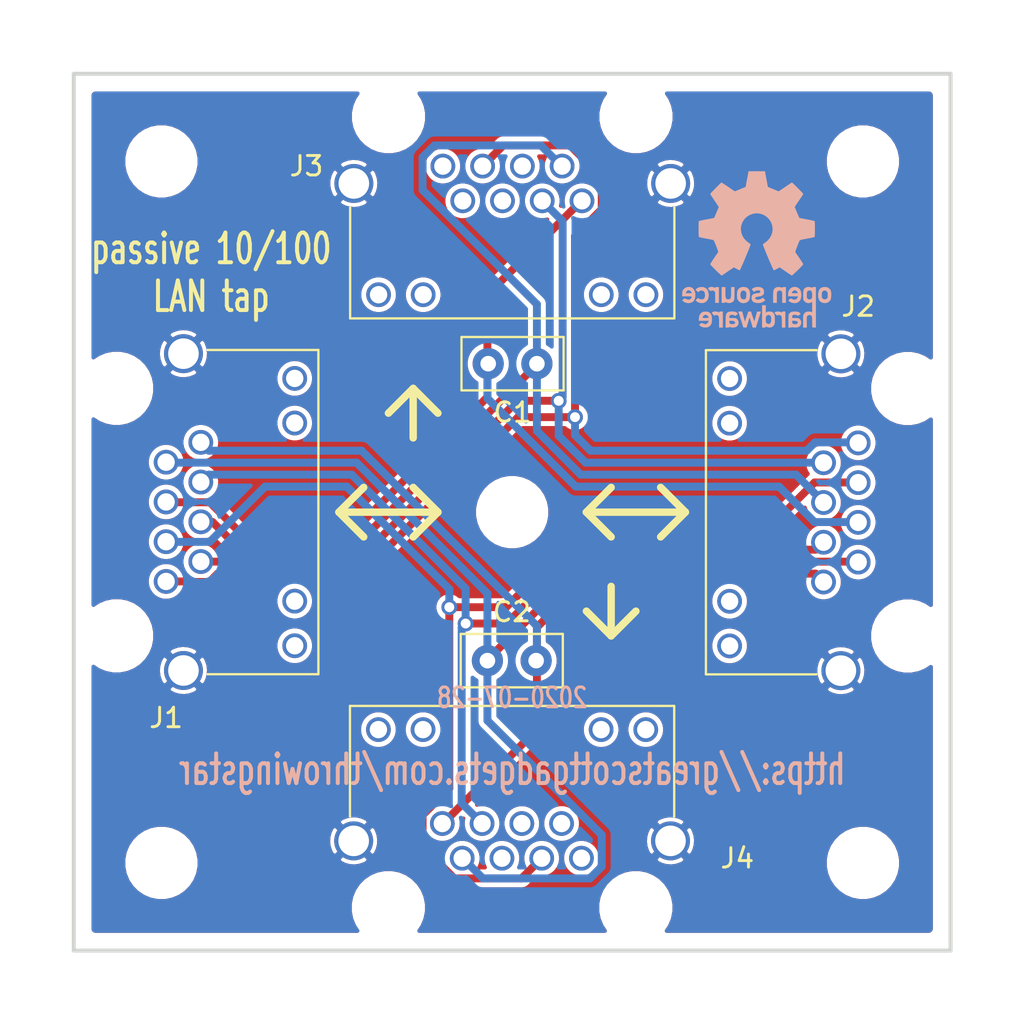
<source format=kicad_pcb>
(kicad_pcb (version 20171130) (host pcbnew 5.1.6)
  (title_block (title "Throwing Star LAN Tap Pro") (date 2020-07-28) (company "Copyright (c) 2010-2020 Great Scott Gadgets <info@greatscottgadgets.com>") (comment 1 "Licensed under the CERN-OHL-P v2"))
  (layers (0 Front signal) (31 Back signal) (34 B.Paste user) (35 F.Paste user) (36 B.SilkS user) (37 F.SilkS user) (38 B.Mask user) (39 F.Mask user) (44 Edge.Cuts user))
  (net 0 "")
  (net 1 /SIG1)
  (net 2 /SIG2)
  (net 3 /SIG3)
  (net 4 /SIG4)
  (net 5 /SIG5)
  (net 6 /SIG6)
  (net 7 /SIG7)
  (net 8 /SIG8)
  (net 9 "Net-(J3-Pad4)")
  (net 10 "Net-(J3-Pad2)")
  (net 11 "Net-(J3-Pad5)")
  (net 12 "Net-(J3-Pad1)")
  (net 13 "Net-(J4-Pad1)")
  (net 14 "Net-(J4-Pad5)")
  (net 15 "Net-(J4-Pad2)")
  (net 16 "Net-(J4-Pad4)")
  (net 17 GND)
  (module Symbol:OSHW-Logo_7.5x8mm_SilkScreen (layer Back) (at 139.5603 88.1126 180)
    (fp_text reference REF** hide)
    (fp_text value OSHW-Logo_7.5x8mm_SilkScreen hide)
  )
  (module throwing-star:RJ45_Amphenol_RJHSE538X_TSLTP (layer Front) (at 109.24032 105.156 90)
    (fp_text reference J1 (at -7 0 180) (layer F.SilkS))
    (fp_text value RJ45_Shielded)
    (pad 1 thru_hole circle (at 0 0 90) (size 1.27 1.27) (drill 0.89) (layers *.Cu *.Mask) (net 1 /SIG1))
    (pad 3 thru_hole circle (at 2.04 0 90) (size 1.27 1.27) (drill 0.89) (layers *.Cu *.Mask) (net 3 /SIG3))
    (pad 5 thru_hole circle (at 4.08 0 90) (size 1.27 1.27) (drill 0.89) (layers *.Cu *.Mask) (net 5 /SIG5))
    (pad 7 thru_hole circle (at 6.12 0 90) (size 1.27 1.27) (drill 0.89) (layers *.Cu *.Mask) (net 7 /SIG7))
    (pad 2 thru_hole circle (at 1.02 1.78 90) (size 1.27 1.27) (drill 0.89) (layers *.Cu *.Mask) (net 2 /SIG2))
    (pad 4 thru_hole circle (at 3.06 1.78 90) (size 1.27 1.27) (drill 0.89) (layers *.Cu *.Mask) (net 4 /SIG4))
    (pad 6 thru_hole circle (at 5.1 1.78 90) (size 1.27 1.27) (drill 0.89) (layers *.Cu *.Mask) (net 6 /SIG6))
    (pad 8 thru_hole circle (at 7.14 1.78 90) (size 1.27 1.27) (drill 0.89) (layers *.Cu *.Mask) (net 8 /SIG8))
    (pad "" np_thru_hole circle (at -2.79 -2.54 90) (size 3.25 3.25) (drill 3.25) (layers *.Cu *.Mask))
    (pad "" np_thru_hole circle (at 9.91 -2.54 90) (size 3.25 3.25) (drill 3.25) (layers *.Cu *.Mask))
    (pad SH thru_hole circle (at 11.69 0.89 90) (size 2 2) (drill 1.57) (layers *.Cu *.Mask) (net 17 GND))
    (pad SH thru_hole circle (at -4.57 0.89 90) (size 2 2) (drill 1.57) (layers *.Cu *.Mask) (net 17 GND))
    (pad 9 thru_hole circle (at -3.3 6.6 90) (size 1.27 1.27) (drill 0.89) (layers *.Cu *.Mask))
    (pad 10 thru_hole circle (at -1.01 6.6 90) (size 1.27 1.27) (drill 0.89) (layers *.Cu *.Mask))
    (pad 11 thru_hole circle (at 8.13 6.6 90) (size 1.27 1.27) (drill 0.89) (layers *.Cu *.Mask))
    (pad 12 thru_hole circle (at 10.42 6.6 90) (size 1.27 1.27) (drill 0.89) (layers *.Cu *.Mask))
  )
  (module throwing-star:RJ45_Amphenol_RJHSE538X_TSLTP (layer Front) (at 144.75968 98.044 270)
    (fp_text reference J2 (at -7 0 180) (layer F.SilkS))
    (fp_text value RJ45_Shielded)
    (pad 1 thru_hole circle (at 0 0 270) (size 1.27 1.27) (drill 0.89) (layers *.Cu *.Mask) (net 1 /SIG1))
    (pad 3 thru_hole circle (at 2.04 0 270) (size 1.27 1.27) (drill 0.89) (layers *.Cu *.Mask) (net 3 /SIG3))
    (pad 5 thru_hole circle (at 4.08 0 270) (size 1.27 1.27) (drill 0.89) (layers *.Cu *.Mask) (net 5 /SIG5))
    (pad 7 thru_hole circle (at 6.12 0 270) (size 1.27 1.27) (drill 0.89) (layers *.Cu *.Mask) (net 7 /SIG7))
    (pad 2 thru_hole circle (at 1.02 1.78 270) (size 1.27 1.27) (drill 0.89) (layers *.Cu *.Mask) (net 2 /SIG2))
    (pad 4 thru_hole circle (at 3.06 1.78 270) (size 1.27 1.27) (drill 0.89) (layers *.Cu *.Mask) (net 4 /SIG4))
    (pad 6 thru_hole circle (at 5.1 1.78 270) (size 1.27 1.27) (drill 0.89) (layers *.Cu *.Mask) (net 6 /SIG6))
    (pad 8 thru_hole circle (at 7.14 1.78 270) (size 1.27 1.27) (drill 0.89) (layers *.Cu *.Mask) (net 8 /SIG8))
    (pad "" np_thru_hole circle (at -2.79 -2.54 270) (size 3.25 3.25) (drill 3.25) (layers *.Cu *.Mask))
    (pad "" np_thru_hole circle (at 9.91 -2.54 270) (size 3.25 3.25) (drill 3.25) (layers *.Cu *.Mask))
    (pad SH thru_hole circle (at 11.69 0.89 270) (size 2 2) (drill 1.57) (layers *.Cu *.Mask) (net 17 GND))
    (pad SH thru_hole circle (at -4.57 0.89 270) (size 2 2) (drill 1.57) (layers *.Cu *.Mask) (net 17 GND))
    (pad 9 thru_hole circle (at -3.3 6.6 270) (size 1.27 1.27) (drill 0.89) (layers *.Cu *.Mask))
    (pad 10 thru_hole circle (at -1.01 6.6 270) (size 1.27 1.27) (drill 0.89) (layers *.Cu *.Mask))
    (pad 11 thru_hole circle (at 8.13 6.6 270) (size 1.27 1.27) (drill 0.89) (layers *.Cu *.Mask))
    (pad 12 thru_hole circle (at 10.42 6.6 270) (size 1.27 1.27) (drill 0.89) (layers *.Cu *.Mask))
  )
  (module throwing-star:RJ45_Amphenol_RJHSE538X_TSLTP (layer Front) (at 123.444 83.84032)
    (fp_text reference J3 (at -7 0) (layer F.SilkS))
    (fp_text value RJ45_Shielded)
    (pad 1 thru_hole circle (at 0 0) (size 1.27 1.27) (drill 0.89) (layers *.Cu *.Mask) (net 12 "Net-(J3-Pad1)"))
    (pad 3 thru_hole circle (at 2.04 0) (size 1.27 1.27) (drill 0.89) (layers *.Cu *.Mask) (net 1 /SIG1))
    (pad 5 thru_hole circle (at 4.08 0) (size 1.27 1.27) (drill 0.89) (layers *.Cu *.Mask) (net 11 "Net-(J3-Pad5)"))
    (pad 7 thru_hole circle (at 6.12 0) (size 1.27 1.27) (drill 0.89) (layers *.Cu *.Mask) (net 4 /SIG4))
    (pad 2 thru_hole circle (at 1.02 1.78) (size 1.27 1.27) (drill 0.89) (layers *.Cu *.Mask) (net 10 "Net-(J3-Pad2)"))
    (pad 4 thru_hole circle (at 3.06 1.78) (size 1.27 1.27) (drill 0.89) (layers *.Cu *.Mask) (net 9 "Net-(J3-Pad4)"))
    (pad 6 thru_hole circle (at 5.1 1.78) (size 1.27 1.27) (drill 0.89) (layers *.Cu *.Mask) (net 2 /SIG2))
    (pad 8 thru_hole circle (at 7.14 1.78) (size 1.27 1.27) (drill 0.89) (layers *.Cu *.Mask) (net 5 /SIG5))
    (pad "" np_thru_hole circle (at -2.79 -2.54) (size 3.25 3.25) (drill 3.25) (layers *.Cu *.Mask))
    (pad "" np_thru_hole circle (at 9.91 -2.54) (size 3.25 3.25) (drill 3.25) (layers *.Cu *.Mask))
    (pad SH thru_hole circle (at 11.69 0.89) (size 2 2) (drill 1.57) (layers *.Cu *.Mask) (net 17 GND))
    (pad SH thru_hole circle (at -4.57 0.89) (size 2 2) (drill 1.57) (layers *.Cu *.Mask) (net 17 GND))
    (pad 9 thru_hole circle (at -3.3 6.6) (size 1.27 1.27) (drill 0.89) (layers *.Cu *.Mask))
    (pad 10 thru_hole circle (at -1.01 6.6) (size 1.27 1.27) (drill 0.89) (layers *.Cu *.Mask))
    (pad 11 thru_hole circle (at 8.13 6.6) (size 1.27 1.27) (drill 0.89) (layers *.Cu *.Mask))
    (pad 12 thru_hole circle (at 10.42 6.6) (size 1.27 1.27) (drill 0.89) (layers *.Cu *.Mask))
  )
  (module throwing-star:RJ45_Amphenol_RJHSE538X_TSLTP (layer Front) (at 130.556 119.35968 180)
    (fp_text reference J4 (at -8 0) (layer F.SilkS))
    (fp_text value RJ45_Shielded)
    (pad 12 thru_hole circle (at 10.42 6.6 180) (size 1.27 1.27) (drill 0.89) (layers *.Cu *.Mask))
    (pad 11 thru_hole circle (at 8.13 6.6 180) (size 1.27 1.27) (drill 0.89) (layers *.Cu *.Mask))
    (pad 10 thru_hole circle (at -1.01 6.6 180) (size 1.27 1.27) (drill 0.89) (layers *.Cu *.Mask))
    (pad 9 thru_hole circle (at -3.3 6.6 180) (size 1.27 1.27) (drill 0.89) (layers *.Cu *.Mask))
    (pad SH thru_hole circle (at -4.57 0.89 180) (size 2 2) (drill 1.57) (layers *.Cu *.Mask) (net 17 GND))
    (pad SH thru_hole circle (at 11.69 0.89 180) (size 2 2) (drill 1.57) (layers *.Cu *.Mask) (net 17 GND))
    (pad "" np_thru_hole circle (at 9.91 -2.54 180) (size 3.25 3.25) (drill 3.25) (layers *.Cu *.Mask))
    (pad "" np_thru_hole circle (at -2.79 -2.54 180) (size 3.25 3.25) (drill 3.25) (layers *.Cu *.Mask))
    (pad 8 thru_hole circle (at 7.14 1.78 180) (size 1.27 1.27) (drill 0.89) (layers *.Cu *.Mask) (net 8 /SIG8))
    (pad 6 thru_hole circle (at 5.1 1.78 180) (size 1.27 1.27) (drill 0.89) (layers *.Cu *.Mask) (net 6 /SIG6))
    (pad 4 thru_hole circle (at 3.06 1.78 180) (size 1.27 1.27) (drill 0.89) (layers *.Cu *.Mask) (net 16 "Net-(J4-Pad4)"))
    (pad 2 thru_hole circle (at 1.02 1.78 180) (size 1.27 1.27) (drill 0.89) (layers *.Cu *.Mask) (net 15 "Net-(J4-Pad2)"))
    (pad 7 thru_hole circle (at 6.12 0 180) (size 1.27 1.27) (drill 0.89) (layers *.Cu *.Mask) (net 7 /SIG7))
    (pad 5 thru_hole circle (at 4.08 0 180) (size 1.27 1.27) (drill 0.89) (layers *.Cu *.Mask) (net 14 "Net-(J4-Pad5)"))
    (pad 3 thru_hole circle (at 2.04 0 180) (size 1.27 1.27) (drill 0.89) (layers *.Cu *.Mask) (net 3 /SIG3))
    (pad 1 thru_hole circle (at 0 0 180) (size 1.27 1.27) (drill 0.89) (layers *.Cu *.Mask) (net 13 "Net-(J4-Pad1)"))
  )
  (module MountingHole:MountingHole_3.2mm_M3 (layer Front) (at 145.00098 119.60098)
    (fp_text reference REF**)
    (fp_text value MountingHole_3.2mm_M3)
    (pad 1 np_thru_hole circle (at 0 0) (size 3.2 3.2) (drill 3.2) (layers *.Cu *.Mask))
  )
  (module MountingHole:MountingHole_3.2mm_M3 (layer Front) (at 127 101.6)
    (fp_text reference REF**)
    (fp_text value MountingHole_3.2mm_M3)
    (pad 1 np_thru_hole circle (at 0 0) (size 3.2 3.2) (drill 3.2) (layers *.Cu *.Mask))
  )
  (module MountingHole:MountingHole_3.2mm_M3 (layer Front) (at 145.00098 83.59902)
    (fp_text reference REF**)
    (fp_text value MountingHole_3.2mm_M3)
    (pad 1 np_thru_hole circle (at 0 0) (size 3.2 3.2) (drill 3.2) (layers *.Cu *.Mask))
  )
  (module MountingHole:MountingHole_3.2mm_M3 (layer Front) (at 108.99902 119.60098)
    (fp_text reference REF**)
    (fp_text value MountingHole_3.2mm_M3)
    (pad 1 np_thru_hole circle (at 0 0) (size 3.2 3.2) (drill 3.2) (layers *.Cu *.Mask))
  )
  (module MountingHole:MountingHole_3.2mm_M3 (layer Front) (at 108.99902 83.59902)
    (fp_text reference REF**)
    (fp_text value MountingHole_3.2mm_M3)
    (pad 1 np_thru_hole circle (at 0 0) (size 3.2 3.2) (drill 3.2) (layers *.Cu *.Mask))
  )
  (module Capacitor_THT:C_Disc_D5.0mm_W2.5mm_P2.50mm (layer Front) (at 128.27 93.98 180)
    (fp_text reference C1 (at 1.25 -2.5) (layer F.SilkS))
    (fp_text value 220pF)
    (pad 1 thru_hole circle (at 0 0 180) (size 1.6 1.6) (drill 0.8) (layers *.Cu *.Mask) (net 4 /SIG4))
    (pad 2 thru_hole circle (at 2.5 0 180) (size 1.6 1.6) (drill 0.8) (layers *.Cu *.Mask) (net 5 /SIG5))
  )
  (module Capacitor_THT:C_Disc_D5.0mm_W2.5mm_P2.50mm (layer Front) (at 125.73 109.22)
    (fp_text reference C2 (at 1.25 -2.5) (layer F.SilkS))
    (fp_text value 220pF)
    (pad 2 thru_hole circle (at 2.5 0) (size 1.6 1.6) (drill 0.8) (layers *.Cu *.Mask) (net 8 /SIG8))
    (pad 1 thru_hole circle (at 0 0) (size 1.6 1.6) (drill 0.8) (layers *.Cu *.Mask) (net 7 /SIG7))
  )
  (gr_text 2020-07-28 (at 127 111.125) (layer B.SilkS) (effects (font (size 1.016 0.762) (thickness 0.1524)) (justify mirror)))
  (gr_text https://greatscottgadgets.com/throwingstar (at 127 114.808) (layer B.SilkS) (effects (font (size 1.524 1.016) (thickness 0.2032)) (justify mirror)))
  (gr_text "passive 10/100\nLAN tap" (at 111.5568 89.3064) (layer F.SilkS) (effects (font (size 1.524 1.016) (thickness 0.2032))))
  (gr_line (start 130.81 101.6) (end 135.89 101.6) (angle 90) (layer F.SilkS) (width 0.381))
  (gr_line (start 130.81 101.6) (end 132.08 102.87) (angle 90) (layer F.SilkS) (width 0.381))
  (gr_line (start 132.08 100.33) (end 130.81 101.6) (angle 90) (layer F.SilkS) (width 0.381))
  (gr_line (start 135.89 101.6) (end 134.62 102.87) (angle 90) (layer F.SilkS) (width 0.381))
  (gr_line (start 134.62 100.33) (end 135.89 101.6) (angle 90) (layer F.SilkS) (width 0.381))
  (gr_line (start 118.11 101.6) (end 123.19 101.6) (angle 90) (layer F.SilkS) (width 0.381))
  (gr_line (start 123.19 101.6) (end 121.92 102.87) (angle 90) (layer F.SilkS) (width 0.381))
  (gr_line (start 121.92 100.33) (end 123.19 101.6) (angle 90) (layer F.SilkS) (width 0.381))
  (gr_line (start 118.11 101.6) (end 119.38 102.87) (angle 90) (layer F.SilkS) (width 0.381))
  (gr_line (start 119.38 100.33) (end 118.11 101.6) (angle 90) (layer F.SilkS) (width 0.381))
  (gr_line (start 132.08 107.95) (end 133.35 106.68) (angle 90) (layer F.SilkS) (width 0.381))
  (gr_line (start 130.81 106.68) (end 132.08 107.95) (angle 90) (layer F.SilkS) (width 0.381))
  (gr_line (start 132.08 107.95) (end 132.08 105.41) (angle 90) (layer F.SilkS) (width 0.381))
  (gr_line (start 123.19 96.52) (end 121.92 95.25) (angle 90) (layer F.SilkS) (width 0.381))
  (gr_line (start 120.65 96.52) (end 121.92 95.25) (angle 90) (layer F.SilkS) (width 0.381))
  (gr_line (start 121.92 95.25) (end 121.92 97.79) (angle 90) (layer F.SilkS) (width 0.381))
  (gr_line (start 104.50068 124.09932) (end 104.50068 79.10068) (angle 90) (layer Edge.Cuts) (width 0.2032))
  (gr_line (start 149.49932 124.09932) (end 104.50068 124.09932) (angle 90) (layer Edge.Cuts) (width 0.2032))
  (gr_line (start 149.49932 79.10068) (end 149.49932 124.09932) (angle 90) (layer Edge.Cuts) (width 0.2032))
  (gr_line (start 104.50068 79.10068) (end 149.49932 79.10068) (angle 90) (layer Edge.Cuts) (width 0.2032))
  (segment (start 126.5428 82.7786) (end 129.9718 82.7786) (width 0.4064) (layer Front) (net 1))
  (segment (start 129.9718 82.7786) (end 131.5974 84.4042) (width 0.4064) (layer Front) (net 1))
  (segment (start 131.5974 84.4042) (end 131.5974 86.0552) (width 0.4064) (layer Front) (net 1))
  (segment (start 131.5974 86.0552) (end 130.2258 87.4268) (width 0.4064) (layer Front) (net 1))
  (segment (start 125.476 83.84032) (end 125.48108 83.84032) (width 0.4064) (layer Front) (net 1))
  (segment (start 125.48108 83.84032) (end 126.5428 82.7786) (width 0.4064) (layer Front) (net 1))
  (segment (start 130.2258 97.64776) (end 131.02336 98.44532) (width 0.4064) (layer Back) (net 1))
  (segment (start 131.02336 98.44532) (end 142.11808 98.44532) (width 0.4064) (layer Back) (net 1))
  (segment (start 142.11808 98.44532) (end 142.5448 98.0186) (width 0.4064) (layer Back) (net 1))
  (segment (start 142.5448 98.0186) (end 144.73428 98.0186) (width 0.4064) (layer Back) (net 1))
  (segment (start 144.73428 98.0186) (end 144.75968 98.044) (width 0.4064) (layer Back) (net 1))
  (via (at 130.2258 96.7232) (size 0.8128) (layers Front Back) (net 1))
  (segment (start 130.2258 96.7232) (end 130.2258 97.64776) (width 0.4064) (layer Back) (net 1))
  (segment (start 130.2258 96.7232) (end 130.2258 87.4268) (width 0.4064) (layer Front) (net 1))
  (segment (start 127.3048 96.7232) (end 119.27332 104.75468) (width 0.4064) (layer Front) (net 1))
  (segment (start 119.27332 104.75468) (end 111.887 104.75468) (width 0.4064) (layer Front) (net 1))
  (segment (start 110.3122 105.156) (end 109.24032 105.156) (width 0.4064) (layer Front) (net 1))
  (segment (start 111.46028 105.1814) (end 111.887 104.75468) (width 0.4064) (layer Front) (net 1))
  (segment (start 110.3376 105.1814) (end 111.46028 105.1814) (width 0.4064) (layer Front) (net 1))
  (segment (start 110.3122 105.156) (end 110.3376 105.1814) (width 0.4064) (layer Front) (net 1))
  (segment (start 130.2258 96.7232) (end 127.3048 96.7232) (width 0.4064) (layer Front) (net 1))
  (segment (start 129.3876 97.67824) (end 130.76936 99.06) (width 0.4064) (layer Back) (net 2))
  (segment (start 130.76936 99.06) (end 142.98168 99.06) (width 0.4064) (layer Back) (net 2))
  (segment (start 129.3876 95.885) (end 129.3876 97.67824) (width 0.4064) (layer Back) (net 2))
  (segment (start 127.27432 95.885) (end 119.01932 104.14) (width 0.4064) (layer Front) (net 2))
  (segment (start 119.01932 104.14) (end 111.01832 104.14) (width 0.4064) (layer Front) (net 2))
  (via (at 129.3876 95.885) (size 0.8128) (layers Front Back) (net 2))
  (segment (start 129.3876 95.885) (end 127.27432 95.885) (width 0.4064) (layer Front) (net 2))
  (segment (start 128.544 85.62032) (end 129.5908 86.66712) (width 0.4064) (layer Back) (net 2))
  (segment (start 129.5908 95.6818) (end 129.3876 95.885) (width 0.4064) (layer Back) (net 2))
  (segment (start 129.5908 86.66712) (end 129.5908 95.6818) (width 0.4064) (layer Back) (net 2))
  (segment (start 126.6952 106.4768) (end 130.26136 102.91064) (width 0.4064) (layer Front) (net 3))
  (segment (start 123.7742 115.7732) (end 122.4026 117.1448) (width 0.4064) (layer Front) (net 3))
  (segment (start 128.51892 119.35968) (end 128.524 119.35968) (width 0.4064) (layer Front) (net 3))
  (segment (start 128.51892 119.35968) (end 127.4826 120.396) (width 0.4064) (layer Front) (net 3))
  (segment (start 127.4826 120.396) (end 124.0282 120.396) (width 0.4064) (layer Front) (net 3))
  (segment (start 124.0282 120.396) (end 122.4026 118.7704) (width 0.4064) (layer Front) (net 3))
  (segment (start 122.4026 118.7704) (end 122.4026 117.1448) (width 0.4064) (layer Front) (net 3))
  (segment (start 123.7742 115.7732) (end 123.7742 106.4768) (width 0.4064) (layer Front) (net 3))
  (segment (start 142.5194 100.076) (end 139.68476 102.91064) (width 0.4064) (layer Front) (net 3))
  (segment (start 139.68476 102.91064) (end 130.26136 102.91064) (width 0.4064) (layer Front) (net 3))
  (segment (start 144.75968 100.076) (end 142.5194 100.076) (width 0.4064) (layer Front) (net 3))
  (segment (start 123.7742 106.4768) (end 126.6952 106.4768) (width 0.4064) (layer Front) (net 3))
  (via (at 123.7742 106.4768) (size 0.8128) (layers Front Back) (net 3))
  (segment (start 111.4806 103.124) (end 109.24032 103.124) (width 0.4064) (layer Back) (net 3))
  (segment (start 118.51132 100.28936) (end 123.7742 105.55224) (width 0.4064) (layer Back) (net 3))
  (segment (start 114.31524 100.28936) (end 118.51132 100.28936) (width 0.4064) (layer Back) (net 3))
  (segment (start 111.4806 103.124) (end 114.31524 100.28936) (width 0.4064) (layer Back) (net 3))
  (segment (start 123.7742 106.4768) (end 123.7742 105.55224) (width 0.4064) (layer Back) (net 3))
  (segment (start 128.27 90.932) (end 128.27 93.98) (width 0.4064) (layer Back) (net 4))
  (segment (start 122.4026 85.0646) (end 128.27 90.932) (width 0.4064) (layer Back) (net 4))
  (segment (start 122.4026 83.3882) (end 122.4026 85.0646) (width 0.4064) (layer Back) (net 4))
  (segment (start 123.0122 82.7786) (end 122.4026 83.3882) (width 0.4064) (layer Back) (net 4))
  (segment (start 128.4732 82.7786) (end 123.0122 82.7786) (width 0.4064) (layer Back) (net 4))
  (segment (start 129.53492 83.84032) (end 128.4732 82.7786) (width 0.4064) (layer Back) (net 4))
  (segment (start 129.54 83.84032) (end 129.53492 83.84032) (width 0.4064) (layer Back) (net 4))
  (segment (start 130.51536 99.67468) (end 141.56436 99.67468) (width 0.4064) (layer Back) (net 4))
  (segment (start 128.27 97.42932) (end 130.51536 99.67468) (width 0.4064) (layer Back) (net 4))
  (segment (start 128.27 93.98) (end 128.27 97.42932) (width 0.4064) (layer Back) (net 4))
  (segment (start 141.56436 99.67468) (end 142.98168 101.092) (width 0.4064) (layer Back) (net 4))
  (segment (start 128.27 94.02064) (end 118.76532 103.52532) (width 0.4064) (layer Front) (net 4))
  (segment (start 128.27 94.02064) (end 128.27 93.98) (width 0.4064) (layer Front) (net 4))
  (segment (start 113.04524 103.52532) (end 118.76532 103.52532) (width 0.4064) (layer Front) (net 4))
  (segment (start 111.62792 102.108) (end 113.04524 103.52532) (width 0.4064) (layer Front) (net 4))
  (segment (start 111.01832 102.108) (end 111.62792 102.108) (width 0.4064) (layer Front) (net 4))
  (segment (start 125.73 90.44432) (end 130.556 85.61832) (width 0.4064) (layer Front) (net 5))
  (segment (start 125.73 93.98) (end 125.73 90.44432) (width 0.4064) (layer Front) (net 5))
  (segment (start 125.73 95.758) (end 125.73 93.98) (width 0.4064) (layer Back) (net 5))
  (segment (start 140.70076 100.28936) (end 142.5194 102.108) (width 0.4064) (layer Back) (net 5))
  (segment (start 130.26136 100.28936) (end 140.70076 100.28936) (width 0.4064) (layer Back) (net 5))
  (segment (start 125.73 95.758) (end 130.26136 100.28936) (width 0.4064) (layer Back) (net 5))
  (segment (start 144.75968 102.108) (end 142.5194 102.108) (width 0.4064) (layer Back) (net 5))
  (segment (start 111.4806 101.092) (end 113.29924 102.91064) (width 0.4064) (layer Front) (net 5))
  (segment (start 109.24032 101.092) (end 111.4806 101.092) (width 0.4064) (layer Front) (net 5))
  (segment (start 125.73 95.69196) (end 125.73 93.98) (width 0.4064) (layer Front) (net 5))
  (segment (start 118.51132 102.91064) (end 125.73 95.69196) (width 0.4064) (layer Front) (net 5))
  (segment (start 113.29924 102.91064) (end 118.51132 102.91064) (width 0.4064) (layer Front) (net 5))
  (via (at 124.6124 107.315) (size 0.8128) (layers Front Back) (net 6))
  (segment (start 142.97152 103.124) (end 142.5702 103.52532) (width 0.4064) (layer Front) (net 6))
  (segment (start 142.5702 103.52532) (end 130.51536 103.52532) (width 0.4064) (layer Front) (net 6))
  (segment (start 142.98168 103.124) (end 142.97152 103.124) (width 0.4064) (layer Front) (net 6))
  (segment (start 130.51536 103.52532) (end 126.72568 107.315) (width 0.4064) (layer Front) (net 6))
  (segment (start 124.6124 107.315) (end 126.72568 107.315) (width 0.4064) (layer Front) (net 6))
  (segment (start 111.02848 100.076) (end 111.01832 100.076) (width 0.4064) (layer Back) (net 6))
  (segment (start 118.76532 99.67468) (end 124.6124 105.52176) (width 0.4064) (layer Back) (net 6))
  (segment (start 111.4298 99.67468) (end 118.76532 99.67468) (width 0.4064) (layer Back) (net 6))
  (segment (start 111.02848 100.076) (end 111.4298 99.67468) (width 0.4064) (layer Back) (net 6))
  (segment (start 124.6124 107.315) (end 124.6124 105.52176) (width 0.4064) (layer Back) (net 6))
  (segment (start 125.456 117.57968) (end 124.4092 116.53288) (width 0.4064) (layer Back) (net 6))
  (segment (start 124.4092 107.5182) (end 124.6124 107.315) (width 0.4064) (layer Back) (net 6))
  (segment (start 124.4092 116.53288) (end 124.4092 107.5182) (width 0.4064) (layer Back) (net 6))
  (segment (start 119.01932 99.06) (end 125.73 105.77068) (width 0.4064) (layer Back) (net 7))
  (segment (start 125.73 105.77068) (end 125.73 109.22) (width 0.4064) (layer Back) (net 7))
  (segment (start 109.24032 99.06) (end 119.01932 99.06) (width 0.4064) (layer Back) (net 7))
  (segment (start 130.76936 104.14) (end 125.73 109.17936) (width 0.4064) (layer Front) (net 7))
  (segment (start 125.73 109.17936) (end 125.73 109.22) (width 0.4064) (layer Front) (net 7))
  (segment (start 144.75968 104.14) (end 130.76936 104.14) (width 0.4064) (layer Front) (net 7))
  (segment (start 124.46508 119.35968) (end 125.5014 120.396) (width 0.4064) (layer Back) (net 7))
  (segment (start 125.5014 120.396) (end 130.9878 120.396) (width 0.4064) (layer Back) (net 7))
  (segment (start 130.9878 120.396) (end 131.5974 119.7864) (width 0.4064) (layer Back) (net 7))
  (segment (start 131.5974 119.7864) (end 131.5974 118.1608) (width 0.4064) (layer Back) (net 7))
  (segment (start 131.5974 118.1608) (end 125.73 112.2934) (width 0.4064) (layer Back) (net 7))
  (segment (start 125.73 112.2934) (end 125.73 109.22) (width 0.4064) (layer Back) (net 7))
  (segment (start 124.46 119.35968) (end 124.46508 119.35968) (width 0.4064) (layer Back) (net 7))
  (segment (start 111.02848 98.044) (end 111.4298 98.44532) (width 0.4064) (layer Back) (net 8))
  (segment (start 111.4298 98.44532) (end 119.27332 98.44532) (width 0.4064) (layer Back) (net 8))
  (segment (start 119.27332 98.44532) (end 128.27 107.442) (width 0.4064) (layer Back) (net 8))
  (segment (start 128.27 107.442) (end 128.27 109.22) (width 0.4064) (layer Back) (net 8))
  (segment (start 111.01832 98.044) (end 111.02848 98.044) (width 0.4064) (layer Back) (net 8))
  (segment (start 142.97152 105.156) (end 142.5702 104.75468) (width 0.4064) (layer Front) (net 8))
  (segment (start 142.5702 104.75468) (end 131.02336 104.75468) (width 0.4064) (layer Front) (net 8))
  (segment (start 131.02336 104.75468) (end 128.27 107.50804) (width 0.4064) (layer Front) (net 8))
  (segment (start 128.27 107.50804) (end 128.27 109.22) (width 0.4064) (layer Front) (net 8))
  (segment (start 142.98168 105.156) (end 142.97152 105.156) (width 0.4064) (layer Front) (net 8))
  (segment (start 128.27 112.75568) (end 123.444 117.58168) (width 0.4064) (layer Front) (net 8))
  (segment (start 128.27 109.22) (end 128.27 112.75568) (width 0.4064) (layer Front) (net 8))
  (zone (net 17) (net_name GND) (layer Front) (connect_pads (clearance 0.254)) (min_thickness 0.2032) (fill yes (arc_segments 32) (thermal_gap 0.2032) (thermal_bridge_width 0.4064) (smoothing fillet) (radius 0.2032))
    (polygon (pts (xy 148.59 123.19) (xy 105.41 123.19) (xy 105.41 80.01) (xy 148.59 80.01)))
  )
  (zone (net 17) (net_name GND) (layer Back) (connect_pads (clearance 0.254)) (min_thickness 0.2032) (fill yes (arc_segments 32) (thermal_gap 0.2032) (thermal_bridge_width 0.4064) (smoothing fillet) (radius 0.2032))
    (polygon (pts (xy 148.59 123.19) (xy 105.41 123.19) (xy 105.41 80.01) (xy 148.59 80.01)))
  )
)
</source>
